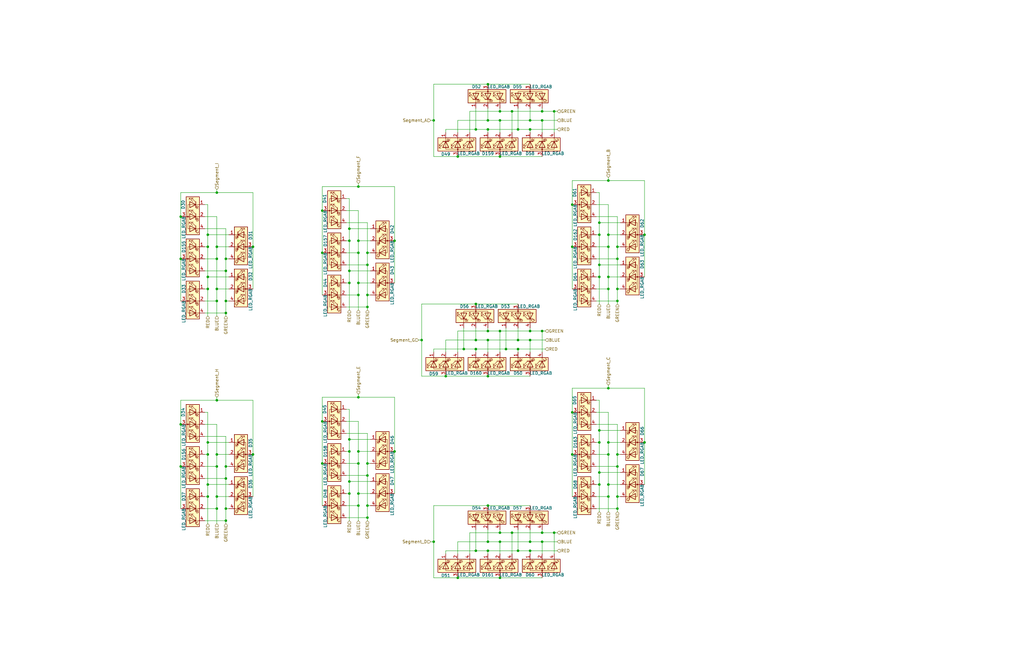
<source format=kicad_sch>
(kicad_sch (version 20250114) (generator "eeschema") (generator_version "9.0")
  (paper "B")
  (junction (at 95.25 219.71))
  (junction (at 147.32 101.6))
  (junction (at 135.89 195.58))
  (junction (at 87.63 99.06))
  (junction (at 210.82 46.99))
  (junction (at 241.3 173.99))
  (junction (at 260.35 196.85))
  (junction (at 154.94 200.66))
  (junction (at 91.44 191.77))
  (junction (at 260.35 191.77))
  (junction (at 218.44 143.51))
  (junction (at 252.73 99.06))
  (junction (at 252.73 186.69))
  (junction (at 154.94 218.44))
  (junction (at 154.94 129.54))
  (junction (at 91.44 196.85))
  (junction (at 95.25 201.93))
  (junction (at 256.54 76.2))
  (junction (at 91.44 81.28))
  (junction (at 210.82 66.04))
  (junction (at 228.6 224.79))
  (junction (at 223.52 50.8))
  (junction (at 205.74 50.8))
  (junction (at 106.68 104.14))
  (junction (at 147.32 203.2))
  (junction (at 147.32 185.42))
  (junction (at 76.2 109.22))
  (junction (at 182.88 50.8))
  (junction (at 241.3 191.77))
  (junction (at 210.82 228.6))
  (junction (at 151.13 101.6))
  (junction (at 252.73 93.98))
  (junction (at 223.52 139.7))
  (junction (at 76.2 91.44))
  (junction (at 218.44 147.32))
  (junction (at 91.44 209.55))
  (junction (at 151.13 119.38))
  (junction (at 87.63 186.69))
  (junction (at 200.66 128.27))
  (junction (at 200.66 147.32))
  (junction (at 252.73 111.76))
  (junction (at 256.54 209.55))
  (junction (at 91.44 214.63))
  (junction (at 200.66 54.61))
  (junction (at 177.8 143.51))
  (junction (at 187.96 158.75))
  (junction (at 147.32 208.28))
  (junction (at 135.89 106.68))
  (junction (at 213.36 147.32))
  (junction (at 195.58 147.32))
  (junction (at 91.44 104.14))
  (junction (at 135.89 177.8))
  (junction (at 228.6 46.99))
  (junction (at 256.54 104.14))
  (junction (at 228.6 50.8))
  (junction (at 218.44 54.61))
  (junction (at 205.74 213.36))
  (junction (at 91.44 127))
  (junction (at 205.74 232.41))
  (junction (at 200.66 232.41))
  (junction (at 193.04 66.04))
  (junction (at 223.52 228.6))
  (junction (at 87.63 204.47))
  (junction (at 95.25 127))
  (junction (at 252.73 116.84))
  (junction (at 241.3 104.14))
  (junction (at 76.2 179.07))
  (junction (at 147.32 96.52))
  (junction (at 87.63 104.14))
  (junction (at 154.94 213.36))
  (junction (at 154.94 195.58))
  (junction (at 260.35 127))
  (junction (at 252.73 204.47))
  (junction (at 205.74 54.61))
  (junction (at 223.52 232.41))
  (junction (at 260.35 104.14))
  (junction (at 256.54 191.77))
  (junction (at 151.13 208.28))
  (junction (at 200.66 143.51))
  (junction (at 87.63 209.55))
  (junction (at 256.54 121.92))
  (junction (at 154.94 111.76))
  (junction (at 210.82 224.79))
  (junction (at 228.6 228.6))
  (junction (at 151.13 167.64))
  (junction (at 256.54 186.69))
  (junction (at 215.9 46.99))
  (junction (at 228.6 139.7))
  (junction (at 147.32 119.38))
  (junction (at 154.94 106.68))
  (junction (at 271.78 186.69))
  (junction (at 151.13 78.74))
  (junction (at 106.68 191.77))
  (junction (at 154.94 124.46))
  (junction (at 91.44 109.22))
  (junction (at 223.52 143.51))
  (junction (at 256.54 99.06))
  (junction (at 135.89 88.9))
  (junction (at 147.32 114.3))
  (junction (at 166.37 190.5))
  (junction (at 95.25 196.85))
  (junction (at 151.13 106.68))
  (junction (at 256.54 116.84))
  (junction (at 241.3 86.36))
  (junction (at 218.44 232.41))
  (junction (at 151.13 195.58))
  (junction (at 87.63 191.77))
  (junction (at 271.78 99.06))
  (junction (at 260.35 209.55))
  (junction (at 87.63 116.84))
  (junction (at 260.35 214.63))
  (junction (at 87.63 121.92))
  (junction (at 76.2 196.85))
  (junction (at 210.82 243.84))
  (junction (at 223.52 54.61))
  (junction (at 256.54 163.83))
  (junction (at 95.25 214.63))
  (junction (at 252.73 181.61))
  (junction (at 95.25 132.08))
  (junction (at 91.44 168.91))
  (junction (at 233.68 46.99))
  (junction (at 210.82 139.7))
  (junction (at 205.74 158.75))
  (junction (at 151.13 190.5))
  (junction (at 151.13 213.36))
  (junction (at 147.32 190.5))
  (junction (at 166.37 101.6))
  (junction (at 95.25 109.22))
  (junction (at 260.35 121.92))
  (junction (at 205.74 228.6))
  (junction (at 182.88 228.6))
  (junction (at 256.54 204.47))
  (junction (at 205.74 35.56))
  (junction (at 215.9 224.79))
  (junction (at 95.25 114.3))
  (junction (at 260.35 109.22))
  (junction (at 193.04 243.84))
  (junction (at 210.82 50.8))
  (junction (at 91.44 121.92))
  (junction (at 205.74 139.7))
  (junction (at 151.13 124.46))
  (junction (at 205.74 143.51))
  (junction (at 233.68 224.79))
  (junction (at 252.73 199.39))
  (wire (pts (xy 151.13 166.37) (xy 151.13 167.64)))
  (wire (pts (xy 147.32 101.6) (xy 147.32 114.3)))
  (wire (pts (xy 205.74 55.88) (xy 205.74 54.61)))
  (wire (pts (xy 154.94 129.54) (xy 154.94 130.81)))
  (wire (pts (xy 210.82 233.68) (xy 210.82 228.6)))
  (wire (pts (xy 241.3 86.36) (xy 241.3 104.14)))
  (wire (pts (xy 193.04 55.88) (xy 193.04 50.8)))
  (wire (pts (xy 146.05 218.44) (xy 154.94 218.44)))
  (wire (pts (xy 218.44 54.61) (xy 223.52 54.61)))
  (wire (pts (xy 205.74 139.7) (xy 210.82 139.7)))
  (wire (pts (xy 205.74 143.51) (xy 218.44 143.51)))
  (wire (pts (xy 252.73 199.39) (xy 252.73 204.47)))
  (wire (pts (xy 87.63 116.84) (xy 87.63 121.92)))
  (wire (pts (xy 166.37 190.5) (xy 166.37 208.28)))
  (wire (pts (xy 200.66 143.51) (xy 200.66 138.43)))
  (wire (pts (xy 205.74 50.8) (xy 210.82 50.8)))
  (wire (pts (xy 154.94 218.44) (xy 154.94 219.71)))
  (wire (pts (xy 135.89 177.8) (xy 135.89 195.58)))
  (wire (pts (xy 147.32 114.3) (xy 147.32 119.38)))
  (wire (pts (xy 251.46 168.91) (xy 252.73 168.91)))
  (wire (pts (xy 198.12 55.88) (xy 198.12 46.99)))
  (wire (pts (xy 96.52 127) (xy 95.25 127)))
  (wire (pts (xy 260.35 104.14) (xy 260.35 109.22)))
  (wire (pts (xy 205.74 54.61) (xy 218.44 54.61)))
  (wire (pts (xy 151.13 119.38) (xy 151.13 124.46)))
  (wire (pts (xy 205.74 213.36) (xy 223.52 213.36)))
  (wire (pts (xy 200.66 148.59) (xy 200.66 147.32)))
  (wire (pts (xy 251.46 121.92) (xy 256.54 121.92)))
  (wire (pts (xy 86.36 191.77) (xy 87.63 191.77)))
  (wire (pts (xy 146.05 111.76) (xy 154.94 111.76)))
  (wire (pts (xy 182.88 213.36) (xy 205.74 213.36)))
  (wire (pts (xy 252.73 204.47) (xy 252.73 215.9)))
  (wire (pts (xy 91.44 191.77) (xy 96.52 191.77)))
  (wire (pts (xy 198.12 224.79) (xy 210.82 224.79)))
  (wire (pts (xy 251.46 186.69) (xy 252.73 186.69)))
  (wire (pts (xy 213.36 147.32) (xy 218.44 147.32)))
  (wire (pts (xy 146.05 106.68) (xy 151.13 106.68)))
  (wire (pts (xy 223.52 233.68) (xy 223.52 232.41)))
  (wire (pts (xy 260.35 121.92) (xy 260.35 127)))
  (wire (pts (xy 86.36 104.14) (xy 87.63 104.14)))
  (wire (pts (xy 260.35 214.63) (xy 260.35 215.9)))
  (wire (pts (xy 95.25 132.08) (xy 95.25 133.35)))
  (wire (pts (xy 177.8 143.51) (xy 177.8 128.27)))
  (wire (pts (xy 251.46 196.85) (xy 260.35 196.85)))
  (wire (pts (xy 147.32 96.52) (xy 156.21 96.52)))
  (wire (pts (xy 182.88 148.59) (xy 182.88 147.32)))
  (wire (pts (xy 166.37 78.74) (xy 166.37 101.6)))
  (wire (pts (xy 146.05 101.6) (xy 147.32 101.6)))
  (wire (pts (xy 182.88 50.8) (xy 182.88 35.56)))
  (wire (pts (xy 95.25 184.15) (xy 95.25 196.85)))
  (wire (pts (xy 198.12 233.68) (xy 198.12 224.79)))
  (wire (pts (xy 210.82 223.52) (xy 210.82 224.79)))
  (wire (pts (xy 195.58 147.32) (xy 195.58 138.43)))
  (wire (pts (xy 146.05 172.72) (xy 147.32 172.72)))
  (wire (pts (xy 87.63 99.06) (xy 87.63 104.14)))
  (wire (pts (xy 205.74 232.41) (xy 218.44 232.41)))
  (wire (pts (xy 187.96 55.88) (xy 187.96 54.61)))
  (wire (pts (xy 261.62 209.55) (xy 260.35 209.55)))
  (wire (pts (xy 251.46 99.06) (xy 252.73 99.06)))
  (wire (pts (xy 106.68 168.91) (xy 106.68 191.77)))
  (wire (pts (xy 147.32 185.42) (xy 156.21 185.42)))
  (wire (pts (xy 261.62 104.14) (xy 260.35 104.14)))
  (wire (pts (xy 223.52 228.6) (xy 223.52 223.52)))
  (wire (pts (xy 252.73 199.39) (xy 261.62 199.39)))
  (wire (pts (xy 146.05 88.9) (xy 151.13 88.9)))
  (wire (pts (xy 146.05 182.88) (xy 154.94 182.88)))
  (wire (pts (xy 223.52 50.8) (xy 223.52 45.72)))
  (wire (pts (xy 256.54 186.69) (xy 256.54 191.77)))
  (wire (pts (xy 86.36 219.71) (xy 95.25 219.71)))
  (wire (pts (xy 146.05 124.46) (xy 151.13 124.46)))
  (wire (pts (xy 151.13 88.9) (xy 151.13 101.6)))
  (wire (pts (xy 151.13 124.46) (xy 151.13 130.81)))
  (wire (pts (xy 241.3 76.2) (xy 241.3 86.36)))
  (wire (pts (xy 256.54 162.56) (xy 256.54 163.83)))
  (wire (pts (xy 135.89 78.74) (xy 151.13 78.74)))
  (wire (pts (xy 200.66 128.27) (xy 218.44 128.27)))
  (wire (pts (xy 233.68 55.88) (xy 233.68 46.99)))
  (wire (pts (xy 176.53 143.51) (xy 177.8 143.51)))
  (wire (pts (xy 96.52 214.63) (xy 95.25 214.63)))
  (wire (pts (xy 200.66 143.51) (xy 205.74 143.51)))
  (wire (pts (xy 256.54 99.06) (xy 261.62 99.06)))
  (wire (pts (xy 193.04 148.59) (xy 193.04 139.7)))
  (wire (pts (xy 233.68 233.68) (xy 233.68 224.79)))
  (wire (pts (xy 177.8 158.75) (xy 187.96 158.75)))
  (wire (pts (xy 87.63 186.69) (xy 96.52 186.69)))
  (wire (pts (xy 228.6 224.79) (xy 233.68 224.79)))
  (wire (pts (xy 86.36 209.55) (xy 87.63 209.55)))
  (wire (pts (xy 205.74 138.43) (xy 205.74 139.7)))
  (wire (pts (xy 91.44 104.14) (xy 96.52 104.14)))
  (wire (pts (xy 154.94 106.68) (xy 154.94 111.76)))
  (wire (pts (xy 87.63 204.47) (xy 96.52 204.47)))
  (wire (pts (xy 135.89 167.64) (xy 135.89 177.8)))
  (wire (pts (xy 154.94 124.46) (xy 154.94 129.54)))
  (wire (pts (xy 210.82 224.79) (xy 215.9 224.79)))
  (wire (pts (xy 76.2 168.91) (xy 91.44 168.91)))
  (wire (pts (xy 91.44 121.92) (xy 91.44 127)))
  (wire (pts (xy 154.94 93.98) (xy 154.94 106.68)))
  (wire (pts (xy 256.54 116.84) (xy 256.54 121.92)))
  (wire (pts (xy 147.32 96.52) (xy 147.32 101.6)))
  (wire (pts (xy 252.73 181.61) (xy 252.73 186.69)))
  (wire (pts (xy 95.25 196.85) (xy 95.25 201.93)))
  (wire (pts (xy 256.54 209.55) (xy 256.54 215.9)))
  (wire (pts (xy 151.13 101.6) (xy 151.13 106.68)))
  (wire (pts (xy 241.3 163.83) (xy 241.3 173.99)))
  (wire (pts (xy 146.05 208.28) (xy 147.32 208.28)))
  (wire (pts (xy 76.2 179.07) (xy 76.2 196.85)))
  (wire (pts (xy 241.3 173.99) (xy 241.3 191.77)))
  (wire (pts (xy 233.68 46.99) (xy 234.95 46.99)))
  (wire (pts (xy 228.6 45.72) (xy 228.6 46.99)))
  (wire (pts (xy 166.37 101.6) (xy 166.37 119.38)))
  (wire (pts (xy 187.96 158.75) (xy 205.74 158.75)))
  (wire (pts (xy 205.74 228.6) (xy 205.74 223.52)))
  (wire (pts (xy 218.44 232.41) (xy 223.52 232.41)))
  (wire (pts (xy 182.88 243.84) (xy 182.88 228.6)))
  (wire (pts (xy 146.05 177.8) (xy 151.13 177.8)))
  (wire (pts (xy 187.96 54.61) (xy 200.66 54.61)))
  (wire (pts (xy 91.44 81.28) (xy 106.68 81.28)))
  (wire (pts (xy 241.3 76.2) (xy 256.54 76.2)))
  (wire (pts (xy 210.82 45.72) (xy 210.82 46.99)))
  (wire (pts (xy 210.82 55.88) (xy 210.82 50.8)))
  (wire (pts (xy 251.46 86.36) (xy 256.54 86.36)))
  (wire (pts (xy 91.44 191.77) (xy 91.44 196.85)))
  (wire (pts (xy 218.44 147.32) (xy 229.87 147.32)))
  (wire (pts (xy 76.2 91.44) (xy 76.2 109.22)))
  (wire (pts (xy 87.63 86.36) (xy 87.63 99.06)))
  (wire (pts (xy 252.73 168.91) (xy 252.73 181.61)))
  (wire (pts (xy 205.74 233.68) (xy 205.74 232.41)))
  (wire (pts (xy 151.13 106.68) (xy 151.13 119.38)))
  (wire (pts (xy 151.13 177.8) (xy 151.13 190.5)))
  (wire (pts (xy 241.3 191.77) (xy 241.3 209.55)))
  (wire (pts (xy 147.32 208.28) (xy 147.32 219.71)))
  (wire (pts (xy 146.05 213.36) (xy 151.13 213.36)))
  (wire (pts (xy 256.54 116.84) (xy 261.62 116.84)))
  (wire (pts (xy 86.36 196.85) (xy 91.44 196.85)))
  (wire (pts (xy 260.35 209.55) (xy 260.35 214.63)))
  (wire (pts (xy 106.68 104.14) (xy 106.68 121.92)))
  (wire (pts (xy 252.73 181.61) (xy 261.62 181.61)))
  (wire (pts (xy 95.25 109.22) (xy 95.25 114.3)))
  (wire (pts (xy 256.54 173.99) (xy 256.54 186.69)))
  (wire (pts (xy 261.62 121.92) (xy 260.35 121.92)))
  (wire (pts (xy 146.05 83.82) (xy 147.32 83.82)))
  (wire (pts (xy 146.05 119.38) (xy 147.32 119.38)))
  (wire (pts (xy 193.04 66.04) (xy 210.82 66.04)))
  (wire (pts (xy 151.13 78.74) (xy 166.37 78.74)))
  (wire (pts (xy 256.54 204.47) (xy 261.62 204.47)))
  (wire (pts (xy 193.04 139.7) (xy 205.74 139.7)))
  (wire (pts (xy 177.8 158.75) (xy 177.8 143.51)))
  (wire (pts (xy 91.44 80.01) (xy 91.44 81.28)))
  (wire (pts (xy 91.44 127) (xy 91.44 133.35)))
  (wire (pts (xy 193.04 228.6) (xy 205.74 228.6)))
  (wire (pts (xy 223.52 232.41) (xy 234.95 232.41)))
  (wire (pts (xy 210.82 139.7) (xy 223.52 139.7)))
  (wire (pts (xy 228.6 223.52) (xy 228.6 224.79)))
  (wire (pts (xy 87.63 116.84) (xy 96.52 116.84)))
  (wire (pts (xy 91.44 168.91) (xy 106.68 168.91)))
  (wire (pts (xy 271.78 163.83) (xy 271.78 186.69)))
  (wire (pts (xy 182.88 35.56) (xy 205.74 35.56)))
  (wire (pts (xy 86.36 86.36) (xy 87.63 86.36)))
  (wire (pts (xy 210.82 50.8) (xy 223.52 50.8)))
  (wire (pts (xy 154.94 195.58) (xy 154.94 200.66)))
  (wire (pts (xy 187.96 148.59) (xy 187.96 143.51)))
  (wire (pts (xy 154.94 200.66) (xy 154.94 213.36)))
  (wire (pts (xy 271.78 186.69) (xy 271.78 204.47)))
  (wire (pts (xy 147.32 190.5) (xy 147.32 203.2)))
  (wire (pts (xy 86.36 201.93) (xy 95.25 201.93)))
  (wire (pts (xy 210.82 243.84) (xy 228.6 243.84)))
  (wire (pts (xy 223.52 143.51) (xy 229.87 143.51)))
  (wire (pts (xy 135.89 106.68) (xy 135.89 124.46)))
  (wire (pts (xy 218.44 143.51) (xy 218.44 138.43)))
  (wire (pts (xy 261.62 191.77) (xy 260.35 191.77)))
  (wire (pts (xy 87.63 173.99) (xy 87.63 186.69)))
  (wire (pts (xy 154.94 111.76) (xy 154.94 124.46)))
  (wire (pts (xy 271.78 76.2) (xy 271.78 99.06)))
  (wire (pts (xy 91.44 104.14) (xy 91.44 109.22)))
  (wire (pts (xy 91.44 214.63) (xy 91.44 220.98)))
  (wire (pts (xy 195.58 147.32) (xy 200.66 147.32)))
  (wire (pts (xy 86.36 121.92) (xy 87.63 121.92)))
  (wire (pts (xy 200.66 54.61) (xy 200.66 45.72)))
  (wire (pts (xy 252.73 111.76) (xy 252.73 116.84)))
  (wire (pts (xy 135.89 195.58) (xy 135.89 213.36)))
  (wire (pts (xy 86.36 132.08) (xy 95.25 132.08)))
  (wire (pts (xy 193.04 233.68) (xy 193.04 228.6)))
  (wire (pts (xy 252.73 111.76) (xy 261.62 111.76)))
  (wire (pts (xy 91.44 209.55) (xy 96.52 209.55)))
  (wire (pts (xy 86.36 173.99) (xy 87.63 173.99)))
  (wire (pts (xy 233.68 224.79) (xy 234.95 224.79)))
  (wire (pts (xy 271.78 99.06) (xy 271.78 116.84)))
  (wire (pts (xy 251.46 191.77) (xy 256.54 191.77)))
  (wire (pts (xy 147.32 83.82) (xy 147.32 96.52)))
  (wire (pts (xy 210.82 66.04) (xy 228.6 66.04)))
  (wire (pts (xy 151.13 190.5) (xy 156.21 190.5)))
  (wire (pts (xy 200.66 232.41) (xy 205.74 232.41)))
  (wire (pts (xy 182.88 66.04) (xy 193.04 66.04)))
  (wire (pts (xy 86.36 114.3) (xy 95.25 114.3)))
  (wire (pts (xy 182.88 147.32) (xy 195.58 147.32)))
  (wire (pts (xy 95.25 127) (xy 95.25 132.08)))
  (wire (pts (xy 177.8 128.27) (xy 200.66 128.27)))
  (wire (pts (xy 218.44 143.51) (xy 223.52 143.51)))
  (wire (pts (xy 260.35 127) (xy 260.35 128.27)))
  (wire (pts (xy 86.36 127) (xy 91.44 127)))
  (wire (pts (xy 223.52 50.8) (xy 228.6 50.8)))
  (wire (pts (xy 215.9 46.99) (xy 228.6 46.99)))
  (wire (pts (xy 87.63 121.92) (xy 87.63 133.35)))
  (wire (pts (xy 215.9 55.88) (xy 215.9 46.99)))
  (wire (pts (xy 252.73 116.84) (xy 252.73 128.27)))
  (wire (pts (xy 256.54 76.2) (xy 271.78 76.2)))
  (wire (pts (xy 251.46 127) (xy 260.35 127)))
  (wire (pts (xy 252.73 93.98) (xy 261.62 93.98)))
  (wire (pts (xy 91.44 196.85) (xy 91.44 209.55)))
  (wire (pts (xy 95.25 96.52) (xy 95.25 109.22)))
  (wire (pts (xy 260.35 179.07) (xy 260.35 191.77)))
  (wire (pts (xy 256.54 104.14) (xy 256.54 116.84)))
  (wire (pts (xy 218.44 148.59) (xy 218.44 147.32)))
  (wire (pts (xy 251.46 204.47) (xy 252.73 204.47)))
  (wire (pts (xy 181.61 228.6) (xy 182.88 228.6)))
  (wire (pts (xy 151.13 77.47) (xy 151.13 78.74)))
  (wire (pts (xy 223.52 139.7) (xy 228.6 139.7)))
  (wire (pts (xy 91.44 109.22) (xy 91.44 121.92)))
  (wire (pts (xy 87.63 191.77) (xy 87.63 204.47)))
  (wire (pts (xy 86.36 96.52) (xy 95.25 96.52)))
  (wire (pts (xy 256.54 74.93) (xy 256.54 76.2)))
  (wire (pts (xy 91.44 167.64) (xy 91.44 168.91)))
  (wire (pts (xy 241.3 163.83) (xy 256.54 163.83)))
  (wire (pts (xy 251.46 109.22) (xy 260.35 109.22)))
  (wire (pts (xy 76.2 196.85) (xy 76.2 214.63)))
  (wire (pts (xy 154.94 213.36) (xy 154.94 218.44)))
  (wire (pts (xy 151.13 101.6) (xy 156.21 101.6)))
  (wire (pts (xy 151.13 213.36) (xy 151.13 219.71)))
  (wire (pts (xy 251.46 214.63) (xy 260.35 214.63)))
  (wire (pts (xy 95.25 201.93) (xy 95.25 214.63)))
  (wire (pts (xy 182.88 66.04) (xy 182.88 50.8)))
  (wire (pts (xy 151.13 167.64) (xy 166.37 167.64)))
  (wire (pts (xy 223.52 138.43) (xy 223.52 139.7)))
  (wire (pts (xy 151.13 195.58) (xy 151.13 208.28)))
  (wire (pts (xy 76.2 81.28) (xy 91.44 81.28)))
  (wire (pts (xy 228.6 233.68) (xy 228.6 228.6)))
  (wire (pts (xy 87.63 186.69) (xy 87.63 191.77)))
  (wire (pts (xy 256.54 204.47) (xy 256.54 209.55)))
  (wire (pts (xy 256.54 99.06) (xy 256.54 104.14)))
  (wire (pts (xy 210.82 148.59) (xy 210.82 139.7)))
  (wire (pts (xy 200.66 54.61) (xy 205.74 54.61)))
  (wire (pts (xy 181.61 50.8) (xy 182.88 50.8)))
  (wire (pts (xy 256.54 121.92) (xy 256.54 128.27)))
  (wire (pts (xy 146.05 93.98) (xy 154.94 93.98)))
  (wire (pts (xy 210.82 46.99) (xy 215.9 46.99)))
  (wire (pts (xy 86.36 214.63) (xy 91.44 214.63)))
  (wire (pts (xy 205.74 148.59) (xy 205.74 143.51)))
  (wire (pts (xy 182.88 228.6) (xy 182.88 213.36)))
  (wire (pts (xy 147.32 203.2) (xy 156.21 203.2)))
  (wire (pts (xy 135.89 78.74) (xy 135.89 88.9)))
  (wire (pts (xy 251.46 173.99) (xy 256.54 173.99)))
  (wire (pts (xy 96.52 196.85) (xy 95.25 196.85)))
  (wire (pts (xy 251.46 104.14) (xy 256.54 104.14)))
  (wire (pts (xy 106.68 191.77) (xy 106.68 209.55)))
  (wire (pts (xy 205.74 35.56) (xy 223.52 35.56)))
  (wire (pts (xy 95.25 114.3) (xy 95.25 127)))
  (wire (pts (xy 260.35 191.77) (xy 260.35 196.85)))
  (wire (pts (xy 182.88 243.84) (xy 193.04 243.84)))
  (wire (pts (xy 200.66 232.41) (xy 200.66 223.52)))
  (wire (pts (xy 252.73 99.06) (xy 252.73 111.76)))
  (wire (pts (xy 252.73 81.28) (xy 252.73 93.98)))
  (wire (pts (xy 76.2 81.28) (xy 76.2 91.44)))
  (wire (pts (xy 91.44 91.44) (xy 91.44 104.14)))
  (wire (pts (xy 215.9 233.68) (xy 215.9 224.79)))
  (wire (pts (xy 218.44 232.41) (xy 218.44 223.52)))
  (wire (pts (xy 146.05 195.58) (xy 151.13 195.58)))
  (wire (pts (xy 198.12 46.99) (xy 210.82 46.99)))
  (wire (pts (xy 260.35 109.22) (xy 260.35 121.92)))
  (wire (pts (xy 96.52 109.22) (xy 95.25 109.22)))
  (wire (pts (xy 86.36 91.44) (xy 91.44 91.44)))
  (wire (pts (xy 228.6 55.88) (xy 228.6 50.8)))
  (wire (pts (xy 156.21 124.46) (xy 154.94 124.46)))
  (wire (pts (xy 91.44 121.92) (xy 96.52 121.92)))
  (wire (pts (xy 251.46 209.55) (xy 256.54 209.55)))
  (wire (pts (xy 187.96 233.68) (xy 187.96 232.41)))
  (wire (pts (xy 187.96 232.41) (xy 200.66 232.41)))
  (wire (pts (xy 251.46 91.44) (xy 260.35 91.44)))
  (wire (pts (xy 200.66 147.32) (xy 213.36 147.32)))
  (wire (pts (xy 95.25 214.63) (xy 95.25 219.71)))
  (wire (pts (xy 151.13 190.5) (xy 151.13 195.58)))
  (wire (pts (xy 187.96 143.51) (xy 200.66 143.51)))
  (wire (pts (xy 151.13 119.38) (xy 156.21 119.38)))
  (wire (pts (xy 135.89 167.64) (xy 151.13 167.64)))
  (wire (pts (xy 251.46 116.84) (xy 252.73 116.84)))
  (wire (pts (xy 146.05 129.54) (xy 154.94 129.54)))
  (wire (pts (xy 154.94 182.88) (xy 154.94 195.58)))
  (wire (pts (xy 252.73 186.69) (xy 252.73 199.39)))
  (wire (pts (xy 228.6 148.59) (xy 228.6 139.7)))
  (wire (pts (xy 147.32 185.42) (xy 147.32 190.5)))
  (wire (pts (xy 223.52 55.88) (xy 223.52 54.61)))
  (wire (pts (xy 256.54 186.69) (xy 261.62 186.69)))
  (wire (pts (xy 147.32 203.2) (xy 147.32 208.28)))
  (wire (pts (xy 87.63 204.47) (xy 87.63 209.55)))
  (wire (pts (xy 156.21 195.58) (xy 154.94 195.58)))
  (wire (pts (xy 87.63 209.55) (xy 87.63 220.98)))
  (wire (pts (xy 193.04 50.8) (xy 205.74 50.8)))
  (wire (pts (xy 87.63 99.06) (xy 96.52 99.06)))
  (wire (pts (xy 205.74 228.6) (xy 210.82 228.6)))
  (wire (pts (xy 205.74 50.8) (xy 205.74 45.72)))
  (wire (pts (xy 251.46 81.28) (xy 252.73 81.28)))
  (wire (pts (xy 91.44 179.07) (xy 91.44 191.77)))
  (wire (pts (xy 213.36 147.32) (xy 213.36 138.43)))
  (wire (pts (xy 151.13 208.28) (xy 151.13 213.36)))
  (wire (pts (xy 146.05 190.5) (xy 147.32 190.5)))
  (wire (pts (xy 151.13 208.28) (xy 156.21 208.28)))
  (wire (pts (xy 241.3 104.14) (xy 241.3 121.92)))
  (wire (pts (xy 86.36 179.07) (xy 91.44 179.07)))
  (wire (pts (xy 156.21 106.68) (xy 154.94 106.68)))
  (wire (pts (xy 256.54 163.83) (xy 271.78 163.83)))
  (wire (pts (xy 210.82 228.6) (xy 223.52 228.6)))
  (wire (pts (xy 260.35 196.85) (xy 260.35 209.55)))
  (wire (pts (xy 205.74 158.75) (xy 223.52 158.75)))
  (wire (pts (xy 95.25 219.71) (xy 95.25 220.98)))
  (wire (pts (xy 146.05 200.66) (xy 154.94 200.66)))
  (wire (pts (xy 228.6 228.6) (xy 234.95 228.6)))
  (wire (pts (xy 223.52 54.61) (xy 234.95 54.61)))
  (wire (pts (xy 86.36 184.15) (xy 95.25 184.15)))
  (wire (pts (xy 91.44 209.55) (xy 91.44 214.63)))
  (wire (pts (xy 223.52 148.59) (xy 223.52 143.51)))
  (wire (pts (xy 215.9 224.79) (xy 228.6 224.79)))
  (wire (pts (xy 251.46 179.07) (xy 260.35 179.07)))
  (wire (pts (xy 76.2 168.91) (xy 76.2 179.07)))
  (wire (pts (xy 147.32 172.72) (xy 147.32 185.42)))
  (wire (pts (xy 228.6 50.8) (xy 234.95 50.8)))
  (wire (pts (xy 252.73 93.98) (xy 252.73 99.06)))
  (wire (pts (xy 228.6 46.99) (xy 233.68 46.99)))
  (wire (pts (xy 256.54 86.36) (xy 256.54 99.06)))
  (wire (pts (xy 193.04 243.84) (xy 210.82 243.84)))
  (wire (pts (xy 147.32 114.3) (xy 156.21 114.3)))
  (wire (pts (xy 218.44 54.61) (xy 218.44 45.72)))
  (wire (pts (xy 87.63 104.14) (xy 87.63 116.84)))
  (wire (pts (xy 86.36 109.22) (xy 91.44 109.22)))
  (wire (pts (xy 223.52 228.6) (xy 228.6 228.6)))
  (wire (pts (xy 156.21 213.36) (xy 154.94 213.36)))
  (wire (pts (xy 166.37 167.64) (xy 166.37 190.5)))
  (wire (pts (xy 106.68 81.28) (xy 106.68 104.14)))
  (wire (pts (xy 76.2 109.22) (xy 76.2 127)))
  (wire (pts (xy 256.54 191.77) (xy 256.54 204.47)))
  (wire (pts (xy 147.32 119.38) (xy 147.32 130.81)))
  (wire (pts (xy 135.89 88.9) (xy 135.89 106.68)))
  (wire (pts (xy 228.6 139.7) (xy 229.87 139.7)))
  (wire (pts (xy 260.35 91.44) (xy 260.35 104.14)))
  (hierarchical_label "Segment_H" (shape input) (at 91.44 167.64 90))
  (hierarchical_label "BLUE" (shape input) (at 151.13 219.71 270))
  (hierarchical_label "RED" (shape input) (at 252.73 128.27 270))
  (hierarchical_label "BLUE" (shape input) (at 234.95 228.6 0))
  (hierarchical_label "RED" (shape input) (at 87.63 220.98 270))
  (hierarchical_label "BLUE" (shape input) (at 256.54 128.27 270))
  (hierarchical_label "Segment_F" (shape input) (at 151.13 77.47 90))
  (hierarchical_label "RED" (shape input) (at 229.87 147.32 0))
  (hierarchical_label "Segment_A" (shape input) (at 181.61 50.8 180))
  (hierarchical_label "RED" (shape input) (at 234.95 54.61 0))
  (hierarchical_label "GREEN" (shape input) (at 260.35 128.27 270))
  (hierarchical_label "GREEN" (shape input) (at 95.25 220.98 270))
  (hierarchical_label "Segment_D" (shape input) (at 181.61 228.6 180))
  (hierarchical_label "BLUE" (shape input) (at 91.44 220.98 270))
  (hierarchical_label "BLUE" (shape input) (at 234.95 50.8 0))
  (hierarchical_label "RED" (shape input) (at 252.73 215.9 270))
  (hierarchical_label "BLUE" (shape input) (at 256.54 215.9 270))
  (hierarchical_label "BLUE" (shape input) (at 229.87 143.51 0))
  (hierarchical_label "GREEN" (shape input) (at 234.95 46.99 0))
  (hierarchical_label "GREEN" (shape input) (at 95.25 133.35 270))
  (hierarchical_label "GREEN" (shape input) (at 234.95 224.79 0))
  (hierarchical_label "Segment_E" (shape input) (at 151.13 166.37 90))
  (hierarchical_label "RED" (shape input) (at 147.32 130.81 270))
  (hierarchical_label "BLUE" (shape input) (at 91.44 133.35 270))
  (hierarchical_label "GREEN" (shape input) (at 229.87 139.7 0))
  (hierarchical_label "Segment_B" (shape input) (at 256.54 74.93 90))
  (hierarchical_label "GREEN" (shape input) (at 260.35 215.9 270))
  (hierarchical_label "Segment_G" (shape input) (at 176.53 143.51 180))
  (hierarchical_label "GREEN" (shape input) (at 154.94 219.71 270))
  (hierarchical_label "RED" (shape input) (at 87.63 133.35 270))
  (hierarchical_label "RED" (shape input) (at 234.95 232.41 0))
  (hierarchical_label "Segment_C" (shape input) (at 256.54 162.56 90))
  (hierarchical_label "RED" (shape input) (at 147.32 219.71 270))
  (hierarchical_label "GREEN" (shape input) (at 154.94 130.81 270))
  (hierarchical_label "Segment_I" (shape input) (at 91.44 80.01 90))
  (hierarchical_label "BLUE" (shape input) (at 151.13 130.81 270))
  (symbol (lib_id "User_Symbols:LED_RGAB") (at 101.6 191.77 0) (unit 1)
    (property "Reference" "D35" (at 105.664 186.944 90))
    (property "Value" "LED_RGAB" (at 105.664 196.342 90))
    (property "Footprint" "User_Footprints:RGB_LED_NH-B2020RGBA-HF" (effects (hide yes)))
    (property "Datasheet" "https://datasheet.lcsc.com/lcsc/2108150330_Foshan-NationStar-Optoelectronics-NH-B2020RGBA-HF_C2874116.pdf" (effects (hide yes)))
    (property "Description" "RGB LED, red/green/anode/blue" (effects (hide yes)))
    (property "Website" "https://www.lcsc.com/product-detail/Light-Emitting-Diodes-LED_Foshan-NationStar-Optoelectronics-NH-B2020RGBA-HF_C2874116.html" (effects (hide yes)))
    (property "Vendor" "LCSC" (effects (hide yes)))
    (property "Price" ".0081" (effects (hide yes)))
    (property "Part Number" "NH-B2020RGBA-HF" (effects (hide yes)))
    (property "Package" "LED RGAB 2020" (effects (hide yes)))
    (property "Manufacturer" "Foshan NationStar Optoelectronics" (effects (hide yes)))
    (property "Notes" "SMD" (effects (hide yes)))
    (property "LCSC Part Number" "C2874116" (effects (hide yes)))
  )
  (symbol (lib_id "User_Symbols:LED_RGAB") (at 205.74 218.44 90) (unit 1)
    (property "Reference" "D54" (at 200.914 214.376 90))
    (property "Value" "LED_RGAB" (at 210.312 214.376 90))
    (property "Footprint" "User_Footprints:RGB_LED_NH-B2020RGBA-HF" (effects (hide yes)))
    (property "Datasheet" "https://datasheet.lcsc.com/lcsc/2108150330_Foshan-NationStar-Optoelectronics-NH-B2020RGBA-HF_C2874116.pdf" (effects (hide yes)))
    (property "Description" "RGB LED, red/green/anode/blue" (effects (hide yes)))
    (property "Website" "https://www.lcsc.com/product-detail/Light-Emitting-Diodes-LED_Foshan-NationStar-Optoelectronics-NH-B2020RGBA-HF_C2874116.html" (effects (hide yes)))
    (property "Vendor" "LCSC" (effects (hide yes)))
    (property "Price" ".0081" (effects (hide yes)))
    (property "Part Number" "NH-B2020RGBA-HF" (effects (hide yes)))
    (property "Package" "LED RGAB 2020" (effects (hide yes)))
    (property "Manufacturer" "Foshan NationStar Optoelectronics" (effects (hide yes)))
    (property "Notes" "SMD" (effects (hide yes)))
    (property "LCSC Part Number" "C2874116" (effects (hide yes)))
  )
  (symbol (lib_id "User_Symbols:LED_RGAB") (at 266.7 186.69 0) (unit 1)
    (property "Reference" "D66" (at 270.764 181.864 90))
    (property "Value" "LED_RGAB" (at 270.764 191.262 90))
    (property "Footprint" "User_Footprints:RGB_LED_NH-B2020RGBA-HF" (effects (hide yes)))
    (property "Datasheet" "https://datasheet.lcsc.com/lcsc/2108150330_Foshan-NationStar-Optoelectronics-NH-B2020RGBA-HF_C2874116.pdf" (effects (hide yes)))
    (property "Description" "RGB LED, red/green/anode/blue" (effects (hide yes)))
    (property "Website" "https://www.lcsc.com/product-detail/Light-Emitting-Diodes-LED_Foshan-NationStar-Optoelectronics-NH-B2020RGBA-HF_C2874116.html" (effects (hide yes)))
    (property "Vendor" "LCSC" (effects (hide yes)))
    (property "Price" ".0081" (effects (hide yes)))
    (property "Part Number" "NH-B2020RGBA-HF" (effects (hide yes)))
    (property "Package" "LED RGAB 2020" (effects (hide yes)))
    (property "Manufacturer" "Foshan NationStar Optoelectronics" (effects (hide yes)))
    (property "Notes" "SMD" (effects (hide yes)))
    (property "LCSC Part Number" "C2874116" (effects (hide yes)))
  )
  (symbol (lib_id "User_Symbols:LED_RGAB") (at 161.29 190.5 0) (unit 1)
    (property "Reference" "D46" (at 165.354 185.674 90))
    (property "Value" "LED_RGAB" (at 165.354 195.072 90))
    (property "Footprint" "User_Footprints:RGB_LED_NH-B2020RGBA-HF" (effects (hide yes)))
    (property "Datasheet" "https://datasheet.lcsc.com/lcsc/2108150330_Foshan-NationStar-Optoelectronics-NH-B2020RGBA-HF_C2874116.pdf" (effects (hide yes)))
    (property "Description" "RGB LED, red/green/anode/blue" (effects (hide yes)))
    (property "Website" "https://www.lcsc.com/product-detail/Light-Emitting-Diodes-LED_Foshan-NationStar-Optoelectronics-NH-B2020RGBA-HF_C2874116.html" (effects (hide yes)))
    (property "Vendor" "LCSC" (effects (hide yes)))
    (property "Price" ".0081" (effects (hide yes)))
    (property "Part Number" "NH-B2020RGBA-HF" (effects (hide yes)))
    (property "Package" "LED RGAB 2020" (effects (hide yes)))
    (property "Manufacturer" "Foshan NationStar Optoelectronics" (effects (hide yes)))
    (property "Notes" "SMD" (effects (hide yes)))
    (property "LCSC Part Number" "C2874116" (effects (hide yes)))
  )
  (symbol (lib_id "User_Symbols:LED_RGAB") (at 81.28 179.07 0) (mirror y) (unit 1)
    (property "Reference" "D34" (at 77.216 173.99 90))
    (property "Value" "LED_RGAB" (at 77.47 183.642 90))
    (property "Footprint" "User_Footprints:RGB_LED_NH-B2020RGBA-HF" (effects (hide yes)))
    (property "Datasheet" "https://datasheet.lcsc.com/lcsc/2108150330_Foshan-NationStar-Optoelectronics-NH-B2020RGBA-HF_C2874116.pdf" (effects (hide yes)))
    (property "Description" "RGB LED, red/green/anode/blue" (effects (hide yes)))
    (property "Website" "https://www.lcsc.com/product-detail/Light-Emitting-Diodes-LED_Foshan-NationStar-Optoelectronics-NH-B2020RGBA-HF_C2874116.html" (effects (hide yes)))
    (property "Vendor" "LCSC" (effects (hide yes)))
    (property "Price" ".0081" (effects (hide yes)))
    (property "Part Number" "NH-B2020RGBA-HF" (effects (hide yes)))
    (property "Package" "LED RGAB 2020" (effects (hide yes)))
    (property "Manufacturer" "Foshan NationStar Optoelectronics" (effects (hide yes)))
    (property "Notes" "SMD" (effects (hide yes)))
    (property "LCSC Part Number" "C2874116" (effects (hide yes)))
  )
  (symbol (lib_id "User_Symbols:LED_RGAB") (at 218.44 133.35 90) (unit 1)
    (property "Reference" "D53" (at 213.106 129.286 90))
    (property "Value" "LED_RGAB" (at 223.012 129.286 90))
    (property "Footprint" "User_Footprints:RGB_LED_NH-B2020RGBA-HF" (effects (hide yes)))
    (property "Datasheet" "https://datasheet.lcsc.com/lcsc/2108150330_Foshan-NationStar-Optoelectronics-NH-B2020RGBA-HF_C2874116.pdf" (effects (hide yes)))
    (property "Description" "RGB LED, red/green/anode/blue" (effects (hide yes)))
    (property "Website" "https://www.lcsc.com/product-detail/Light-Emitting-Diodes-LED_Foshan-NationStar-Optoelectronics-NH-B2020RGBA-HF_C2874116.html" (effects (hide yes)))
    (property "Vendor" "LCSC" (effects (hide yes)))
    (property "Price" ".0081" (effects (hide yes)))
    (property "Part Number" "NH-B2020RGBA-HF" (effects (hide yes)))
    (property "Package" "LED RGAB 2020" (effects (hide yes)))
    (property "Manufacturer" "Foshan NationStar Optoelectronics" (effects (hide yes)))
    (property "Notes" "SMD" (effects (hide yes)))
    (property "LCSC Part Number" "C2874116" (effects (hide yes)))
  )
  (symbol (lib_id "User_Symbols:LED_RGAB") (at 246.38 209.55 0) (mirror y) (unit 1)
    (property "Reference" "D68" (at 242.57 204.47 90))
    (property "Value" "LED_RGAB" (at 242.57 214.122 90))
    (property "Footprint" "User_Footprints:RGB_LED_NH-B2020RGBA-HF" (effects (hide yes)))
    (property "Datasheet" "https://datasheet.lcsc.com/lcsc/2108150330_Foshan-NationStar-Optoelectronics-NH-B2020RGBA-HF_C2874116.pdf" (effects (hide yes)))
    (property "Description" "RGB LED, red/green/anode/blue" (effects (hide yes)))
    (property "Website" "https://www.lcsc.com/product-detail/Light-Emitting-Diodes-LED_Foshan-NationStar-Optoelectronics-NH-B2020RGBA-HF_C2874116.html" (effects (hide yes)))
    (property "Vendor" "LCSC" (effects (hide yes)))
    (property "Price" ".0081" (effects (hide yes)))
    (property "Part Number" "NH-B2020RGBA-HF" (effects (hide yes)))
    (property "Package" "LED RGAB 2020" (effects (hide yes)))
    (property "Manufacturer" "Foshan NationStar Optoelectronics" (effects (hide yes)))
    (property "Notes" "SMD" (effects (hide yes)))
    (property "LCSC Part Number" "C2874116" (effects (hide yes)))
  )
  (symbol (lib_id "User_Symbols:LED_RGAB") (at 81.28 196.85 0) (mirror y) (unit 1)
    (property "Reference" "D156" (at 77.47 191.77 90))
    (property "Value" "LED_RGAB" (at 77.47 201.422 90))
    (property "Footprint" "User_Footprints:RGB_LED_NH-B2020RGBA-HF" (effects (hide yes)))
    (property "Datasheet" "https://datasheet.lcsc.com/lcsc/2108150330_Foshan-NationStar-Optoelectronics-NH-B2020RGBA-HF_C2874116.pdf" (effects (hide yes)))
    (property "Description" "RGB LED, red/green/anode/blue" (effects (hide yes)))
    (property "Website" "https://www.lcsc.com/product-detail/Light-Emitting-Diodes-LED_Foshan-NationStar-Optoelectronics-NH-B2020RGBA-HF_C2874116.html" (effects (hide yes)))
    (property "Vendor" "LCSC" (effects (hide yes)))
    (property "Price" ".0081" (effects (hide yes)))
    (property "Part Number" "NH-B2020RGBA-HF" (effects (hide yes)))
    (property "Package" "LED RGAB 2020" (effects (hide yes)))
    (property "Manufacturer" "Foshan NationStar Optoelectronics" (effects (hide yes)))
    (property "Notes" "SMD" (effects (hide yes)))
    (property "LCSC Part Number" "C2874116" (effects (hide yes)))
  )
  (symbol (lib_id "User_Symbols:LED_RGAB") (at 246.38 121.92 0) (mirror y) (unit 1)
    (property "Reference" "D64" (at 242.57 116.84 90))
    (property "Value" "LED_RGAB" (at 242.57 126.492 90))
    (property "Footprint" "User_Footprints:RGB_LED_NH-B2020RGBA-HF" (effects (hide yes)))
    (property "Datasheet" "https://datasheet.lcsc.com/lcsc/2108150330_Foshan-NationStar-Optoelectronics-NH-B2020RGBA-HF_C2874116.pdf" (effects (hide yes)))
    (property "Description" "RGB LED, red/green/anode/blue" (effects (hide yes)))
    (property "Website" "https://www.lcsc.com/product-detail/Light-Emitting-Diodes-LED_Foshan-NationStar-Optoelectronics-NH-B2020RGBA-HF_C2874116.html" (effects (hide yes)))
    (property "Vendor" "LCSC" (effects (hide yes)))
    (property "Price" ".0081" (effects (hide yes)))
    (property "Part Number" "NH-B2020RGBA-HF" (effects (hide yes)))
    (property "Package" "LED RGAB 2020" (effects (hide yes)))
    (property "Manufacturer" "Foshan NationStar Optoelectronics" (effects (hide yes)))
    (property "Notes" "SMD" (effects (hide yes)))
    (property "LCSC Part Number" "C2874116" (effects (hide yes)))
  )
  (symbol (lib_id "User_Symbols:LED_RGAB") (at 205.74 153.67 90) (mirror x) (unit 1)
    (property "Reference" "D160" (at 200.66 157.48 90))
    (property "Value" "LED_RGAB" (at 210.312 157.48 90))
    (property "Footprint" "User_Footprints:RGB_LED_NH-B2020RGBA-HF" (effects (hide yes)))
    (property "Datasheet" "https://datasheet.lcsc.com/lcsc/2108150330_Foshan-NationStar-Optoelectronics-NH-B2020RGBA-HF_C2874116.pdf" (effects (hide yes)))
    (property "Description" "RGB LED, red/green/anode/blue" (effects (hide yes)))
    (property "Website" "https://www.lcsc.com/product-detail/Light-Emitting-Diodes-LED_Foshan-NationStar-Optoelectronics-NH-B2020RGBA-HF_C2874116.html" (effects (hide yes)))
    (property "Vendor" "LCSC" (effects (hide yes)))
    (property "Price" ".0081" (effects (hide yes)))
    (property "Part Number" "NH-B2020RGBA-HF" (effects (hide yes)))
    (property "Package" "LED RGAB 2020" (effects (hide yes)))
    (property "Manufacturer" "Foshan NationStar Optoelectronics" (effects (hide yes)))
    (property "Notes" "SMD" (effects (hide yes)))
    (property "LCSC Part Number" "C2874116" (effects (hide yes)))
  )
  (symbol (lib_id "User_Symbols:LED_RGAB") (at 266.7 99.06 0) (unit 1)
    (property "Reference" "D62" (at 270.764 94.234 90))
    (property "Value" "LED_RGAB" (at 270.764 103.632 90))
    (property "Footprint" "User_Footprints:RGB_LED_NH-B2020RGBA-HF" (effects (hide yes)))
    (property "Datasheet" "https://datasheet.lcsc.com/lcsc/2108150330_Foshan-NationStar-Optoelectronics-NH-B2020RGBA-HF_C2874116.pdf" (effects (hide yes)))
    (property "Description" "RGB LED, red/green/anode/blue" (effects (hide yes)))
    (property "Website" "https://www.lcsc.com/product-detail/Light-Emitting-Diodes-LED_Foshan-NationStar-Optoelectronics-NH-B2020RGBA-HF_C2874116.html" (effects (hide yes)))
    (property "Vendor" "LCSC" (effects (hide yes)))
    (property "Price" ".0081" (effects (hide yes)))
    (property "Part Number" "NH-B2020RGBA-HF" (effects (hide yes)))
    (property "Package" "LED RGAB 2020" (effects (hide yes)))
    (property "Manufacturer" "Foshan NationStar Optoelectronics" (effects (hide yes)))
    (property "Notes" "SMD" (effects (hide yes)))
    (property "LCSC Part Number" "C2874116" (effects (hide yes)))
  )
  (symbol (lib_id "User_Symbols:LED_RGAB") (at 228.6 60.96 90) (mirror x) (unit 1)
    (property "Reference" "D58" (at 223.52 64.77 90))
    (property "Value" "LED_RGAB" (at 233.172 64.77 90))
    (property "Footprint" "User_Footprints:RGB_LED_NH-B2020RGBA-HF" (effects (hide yes)))
    (property "Datasheet" "https://datasheet.lcsc.com/lcsc/2108150330_Foshan-NationStar-Optoelectronics-NH-B2020RGBA-HF_C2874116.pdf" (effects (hide yes)))
    (property "Description" "RGB LED, red/green/anode/blue" (effects (hide yes)))
    (property "Website" "https://www.lcsc.com/product-detail/Light-Emitting-Diodes-LED_Foshan-NationStar-Optoelectronics-NH-B2020RGBA-HF_C2874116.html" (effects (hide yes)))
    (property "Vendor" "LCSC" (effects (hide yes)))
    (property "Price" ".0081" (effects (hide yes)))
    (property "Part Number" "NH-B2020RGBA-HF" (effects (hide yes)))
    (property "Package" "LED RGAB 2020" (effects (hide yes)))
    (property "Manufacturer" "Foshan NationStar Optoelectronics" (effects (hide yes)))
    (property "Notes" "SMD" (effects (hide yes)))
    (property "LCSC Part Number" "C2874116" (effects (hide yes)))
  )
  (symbol (lib_id "User_Symbols:LED_RGAB") (at 81.28 214.63 0) (mirror y) (unit 1)
    (property "Reference" "D37" (at 77.47 209.55 90))
    (property "Value" "LED_RGAB" (at 77.47 219.202 90))
    (property "Footprint" "User_Footprints:RGB_LED_NH-B2020RGBA-HF" (effects (hide yes)))
    (property "Datasheet" "https://datasheet.lcsc.com/lcsc/2108150330_Foshan-NationStar-Optoelectronics-NH-B2020RGBA-HF_C2874116.pdf" (effects (hide yes)))
    (property "Description" "RGB LED, red/green/anode/blue" (effects (hide yes)))
    (property "Website" "https://www.lcsc.com/product-detail/Light-Emitting-Diodes-LED_Foshan-NationStar-Optoelectronics-NH-B2020RGBA-HF_C2874116.html" (effects (hide yes)))
    (property "Vendor" "LCSC" (effects (hide yes)))
    (property "Price" ".0081" (effects (hide yes)))
    (property "Part Number" "NH-B2020RGBA-HF" (effects (hide yes)))
    (property "Package" "LED RGAB 2020" (effects (hide yes)))
    (property "Manufacturer" "Foshan NationStar Optoelectronics" (effects (hide yes)))
    (property "Notes" "SMD" (effects (hide yes)))
    (property "LCSC Part Number" "C2874116" (effects (hide yes)))
  )
  (symbol (lib_id "User_Symbols:LED_RGAB") (at 161.29 119.38 0) (unit 1)
    (property "Reference" "D43" (at 165.354 114.046 90))
    (property "Value" "LED_RGAB" (at 165.354 123.952 90))
    (property "Footprint" "User_Footprints:RGB_LED_NH-B2020RGBA-HF" (effects (hide yes)))
    (property "Datasheet" "https://datasheet.lcsc.com/lcsc/2108150330_Foshan-NationStar-Optoelectronics-NH-B2020RGBA-HF_C2874116.pdf" (effects (hide yes)))
    (property "Description" "RGB LED, red/green/anode/blue" (effects (hide yes)))
    (property "Website" "https://www.lcsc.com/product-detail/Light-Emitting-Diodes-LED_Foshan-NationStar-Optoelectronics-NH-B2020RGBA-HF_C2874116.html" (effects (hide yes)))
    (property "Vendor" "LCSC" (effects (hide yes)))
    (property "Price" ".0081" (effects (hide yes)))
    (property "Part Number" "NH-B2020RGBA-HF" (effects (hide yes)))
    (property "Package" "LED RGAB 2020" (effects (hide yes)))
    (property "Manufacturer" "Foshan NationStar Optoelectronics" (effects (hide yes)))
    (property "Notes" "SMD" (effects (hide yes)))
    (property "LCSC Part Number" "C2874116" (effects (hide yes)))
  )
  (symbol (lib_id "User_Symbols:LED_RGAB") (at 101.6 209.55 0) (unit 1)
    (property "Reference" "D36" (at 105.664 204.216 90))
    (property "Value" "LED_RGAB" (at 105.664 214.122 90))
    (property "Footprint" "User_Footprints:RGB_LED_NH-B2020RGBA-HF" (effects (hide yes)))
    (property "Datasheet" "https://datasheet.lcsc.com/lcsc/2108150330_Foshan-NationStar-Optoelectronics-NH-B2020RGBA-HF_C2874116.pdf" (effects (hide yes)))
    (property "Description" "RGB LED, red/green/anode/blue" (effects (hide yes)))
    (property "Website" "https://www.lcsc.com/product-detail/Light-Emitting-Diodes-LED_Foshan-NationStar-Optoelectronics-NH-B2020RGBA-HF_C2874116.html" (effects (hide yes)))
    (property "Vendor" "LCSC" (effects (hide yes)))
    (property "Price" ".0081" (effects (hide yes)))
    (property "Part Number" "NH-B2020RGBA-HF" (effects (hide yes)))
    (property "Package" "LED RGAB 2020" (effects (hide yes)))
    (property "Manufacturer" "Foshan NationStar Optoelectronics" (effects (hide yes)))
    (property "Notes" "SMD" (effects (hide yes)))
    (property "LCSC Part Number" "C2874116" (effects (hide yes)))
  )
  (symbol (lib_id "User_Symbols:LED_RGAB") (at 140.97 124.46 0) (mirror y) (unit 1)
    (property "Reference" "D44" (at 137.16 119.38 90))
    (property "Value" "LED_RGAB" (at 137.16 129.032 90))
    (property "Footprint" "User_Footprints:RGB_LED_NH-B2020RGBA-HF" (effects (hide yes)))
    (property "Datasheet" "https://datasheet.lcsc.com/lcsc/2108150330_Foshan-NationStar-Optoelectronics-NH-B2020RGBA-HF_C2874116.pdf" (effects (hide yes)))
    (property "Description" "RGB LED, red/green/anode/blue" (effects (hide yes)))
    (property "Website" "https://www.lcsc.com/product-detail/Light-Emitting-Diodes-LED_Foshan-NationStar-Optoelectronics-NH-B2020RGBA-HF_C2874116.html" (effects (hide yes)))
    (property "Vendor" "LCSC" (effects (hide yes)))
    (property "Price" ".0081" (effects (hide yes)))
    (property "Part Number" "NH-B2020RGBA-HF" (effects (hide yes)))
    (property "Package" "LED RGAB 2020" (effects (hide yes)))
    (property "Manufacturer" "Foshan NationStar Optoelectronics" (effects (hide yes)))
    (property "Notes" "SMD" (effects (hide yes)))
    (property "LCSC Part Number" "C2874116" (effects (hide yes)))
  )
  (symbol (lib_id "User_Symbols:LED_RGAB") (at 246.38 173.99 0) (mirror y) (unit 1)
    (property "Reference" "D65" (at 242.316 168.91 90))
    (property "Value" "LED_RGAB" (at 242.57 178.562 90))
    (property "Footprint" "User_Footprints:RGB_LED_NH-B2020RGBA-HF" (effects (hide yes)))
    (property "Datasheet" "https://datasheet.lcsc.com/lcsc/2108150330_Foshan-NationStar-Optoelectronics-NH-B2020RGBA-HF_C2874116.pdf" (effects (hide yes)))
    (property "Description" "RGB LED, red/green/anode/blue" (effects (hide yes)))
    (property "Website" "https://www.lcsc.com/product-detail/Light-Emitting-Diodes-LED_Foshan-NationStar-Optoelectronics-NH-B2020RGBA-HF_C2874116.html" (effects (hide yes)))
    (property "Vendor" "LCSC" (effects (hide yes)))
    (property "Price" ".0081" (effects (hide yes)))
    (property "Part Number" "NH-B2020RGBA-HF" (effects (hide yes)))
    (property "Package" "LED RGAB 2020" (effects (hide yes)))
    (property "Manufacturer" "Foshan NationStar Optoelectronics" (effects (hide yes)))
    (property "Notes" "SMD" (effects (hide yes)))
    (property "LCSC Part Number" "C2874116" (effects (hide yes)))
  )
  (symbol (lib_id "User_Symbols:LED_RGAB") (at 193.04 238.76 90) (mirror x) (unit 1)
    (property "Reference" "D51" (at 187.96 242.824 90))
    (property "Value" "LED_RGAB" (at 197.612 242.57 90))
    (property "Footprint" "User_Footprints:RGB_LED_NH-B2020RGBA-HF" (effects (hide yes)))
    (property "Datasheet" "https://datasheet.lcsc.com/lcsc/2108150330_Foshan-NationStar-Optoelectronics-NH-B2020RGBA-HF_C2874116.pdf" (effects (hide yes)))
    (property "Description" "RGB LED, red/green/anode/blue" (effects (hide yes)))
    (property "Website" "https://www.lcsc.com/product-detail/Light-Emitting-Diodes-LED_Foshan-NationStar-Optoelectronics-NH-B2020RGBA-HF_C2874116.html" (effects (hide yes)))
    (property "Vendor" "LCSC" (effects (hide yes)))
    (property "Price" ".0081" (effects (hide yes)))
    (property "Part Number" "NH-B2020RGBA-HF" (effects (hide yes)))
    (property "Package" "LED RGAB 2020" (effects (hide yes)))
    (property "Manufacturer" "Foshan NationStar Optoelectronics" (effects (hide yes)))
    (property "Notes" "SMD" (effects (hide yes)))
    (property "LCSC Part Number" "C2874116" (effects (hide yes)))
  )
  (symbol (lib_id "User_Symbols:LED_RGAB") (at 193.04 60.96 90) (mirror x) (unit 1)
    (property "Reference" "D49" (at 187.96 65.024 90))
    (property "Value" "LED_RGAB" (at 197.612 64.77 90))
    (property "Footprint" "User_Footprints:RGB_LED_NH-B2020RGBA-HF" (effects (hide yes)))
    (property "Datasheet" "https://datasheet.lcsc.com/lcsc/2108150330_Foshan-NationStar-Optoelectronics-NH-B2020RGBA-HF_C2874116.pdf" (effects (hide yes)))
    (property "Description" "RGB LED, red/green/anode/blue" (effects (hide yes)))
    (property "Website" "https://www.lcsc.com/product-detail/Light-Emitting-Diodes-LED_Foshan-NationStar-Optoelectronics-NH-B2020RGBA-HF_C2874116.html" (effects (hide yes)))
    (property "Vendor" "LCSC" (effects (hide yes)))
    (property "Price" ".0081" (effects (hide yes)))
    (property "Part Number" "NH-B2020RGBA-HF" (effects (hide yes)))
    (property "Package" "LED RGAB 2020" (effects (hide yes)))
    (property "Manufacturer" "Foshan NationStar Optoelectronics" (effects (hide yes)))
    (property "Notes" "SMD" (effects (hide yes)))
    (property "LCSC Part Number" "C2874116" (effects (hide yes)))
  )
  (symbol (lib_id "User_Symbols:LED_RGAB") (at 223.52 153.67 90) (mirror x) (unit 1)
    (property "Reference" "D50" (at 218.44 157.48 90))
    (property "Value" "LED_RGAB" (at 228.092 157.48 90))
    (property "Footprint" "User_Footprints:RGB_LED_NH-B2020RGBA-HF" (effects (hide yes)))
    (property "Datasheet" "https://datasheet.lcsc.com/lcsc/2108150330_Foshan-NationStar-Optoelectronics-NH-B2020RGBA-HF_C2874116.pdf" (effects (hide yes)))
    (property "Description" "RGB LED, red/green/anode/blue" (effects (hide yes)))
    (property "Website" "https://www.lcsc.com/product-detail/Light-Emitting-Diodes-LED_Foshan-NationStar-Optoelectronics-NH-B2020RGBA-HF_C2874116.html" (effects (hide yes)))
    (property "Vendor" "LCSC" (effects (hide yes)))
    (property "Price" ".0081" (effects (hide yes)))
    (property "Part Number" "NH-B2020RGBA-HF" (effects (hide yes)))
    (property "Package" "LED RGAB 2020" (effects (hide yes)))
    (property "Manufacturer" "Foshan NationStar Optoelectronics" (effects (hide yes)))
    (property "Notes" "SMD" (effects (hide yes)))
    (property "LCSC Part Number" "C2874116" (effects (hide yes)))
  )
  (symbol (lib_id "User_Symbols:LED_RGAB") (at 266.7 204.47 0) (unit 1)
    (property "Reference" "D67" (at 270.764 199.136 90))
    (property "Value" "LED_RGAB" (at 270.764 209.042 90))
    (property "Footprint" "User_Footprints:RGB_LED_NH-B2020RGBA-HF" (effects (hide yes)))
    (property "Datasheet" "https://datasheet.lcsc.com/lcsc/2108150330_Foshan-NationStar-Optoelectronics-NH-B2020RGBA-HF_C2874116.pdf" (effects (hide yes)))
    (property "Description" "RGB LED, red/green/anode/blue" (effects (hide yes)))
    (property "Website" "https://www.lcsc.com/product-detail/Light-Emitting-Diodes-LED_Foshan-NationStar-Optoelectronics-NH-B2020RGBA-HF_C2874116.html" (effects (hide yes)))
    (property "Vendor" "LCSC" (effects (hide yes)))
    (property "Price" ".0081" (effects (hide yes)))
    (property "Part Number" "NH-B2020RGBA-HF" (effects (hide yes)))
    (property "Package" "LED RGAB 2020" (effects (hide yes)))
    (property "Manufacturer" "Foshan NationStar Optoelectronics" (effects (hide yes)))
    (property "Notes" "SMD" (effects (hide yes)))
    (property "LCSC Part Number" "C2874116" (effects (hide yes)))
  )
  (symbol (lib_id "User_Symbols:LED_RGAB") (at 161.29 208.28 0) (unit 1)
    (property "Reference" "D47" (at 165.354 202.946 90))
    (property "Value" "LED_RGAB" (at 165.354 212.852 90))
    (property "Footprint" "User_Footprints:RGB_LED_NH-B2020RGBA-HF" (effects (hide yes)))
    (property "Datasheet" "https://datasheet.lcsc.com/lcsc/2108150330_Foshan-NationStar-Optoelectronics-NH-B2020RGBA-HF_C2874116.pdf" (effects (hide yes)))
    (property "Description" "RGB LED, red/green/anode/blue" (effects (hide yes)))
    (property "Website" "https://www.lcsc.com/product-detail/Light-Emitting-Diodes-LED_Foshan-NationStar-Optoelectronics-NH-B2020RGBA-HF_C2874116.html" (effects (hide yes)))
    (property "Vendor" "LCSC" (effects (hide yes)))
    (property "Price" ".0081" (effects (hide yes)))
    (property "Part Number" "NH-B2020RGBA-HF" (effects (hide yes)))
    (property "Package" "LED RGAB 2020" (effects (hide yes)))
    (property "Manufacturer" "Foshan NationStar Optoelectronics" (effects (hide yes)))
    (property "Notes" "SMD" (effects (hide yes)))
    (property "LCSC Part Number" "C2874116" (effects (hide yes)))
  )
  (symbol (lib_id "User_Symbols:LED_RGAB") (at 266.7 116.84 0) (unit 1)
    (property "Reference" "D63" (at 270.764 111.506 90))
    (property "Value" "LED_RGAB" (at 270.764 121.412 90))
    (property "Footprint" "User_Footprints:RGB_LED_NH-B2020RGBA-HF" (effects (hide yes)))
    (property "Datasheet" "https://datasheet.lcsc.com/lcsc/2108150330_Foshan-NationStar-Optoelectronics-NH-B2020RGBA-HF_C2874116.pdf" (effects (hide yes)))
    (property "Description" "RGB LED, red/green/anode/blue" (effects (hide yes)))
    (property "Website" "https://www.lcsc.com/product-detail/Light-Emitting-Diodes-LED_Foshan-NationStar-Optoelectronics-NH-B2020RGBA-HF_C2874116.html" (effects (hide yes)))
    (property "Vendor" "LCSC" (effects (hide yes)))
    (property "Price" ".0081" (effects (hide yes)))
    (property "Part Number" "NH-B2020RGBA-HF" (effects (hide yes)))
    (property "Package" "LED RGAB 2020" (effects (hide yes)))
    (property "Manufacturer" "Foshan NationStar Optoelectronics" (effects (hide yes)))
    (property "Notes" "SMD" (effects (hide yes)))
    (property "LCSC Part Number" "C2874116" (effects (hide yes)))
  )
  (symbol (lib_id "User_Symbols:LED_RGAB") (at 81.28 109.22 0) (mirror y) (unit 1)
    (property "Reference" "D155" (at 77.47 104.14 90))
    (property "Value" "LED_RGAB" (at 77.47 113.792 90))
    (property "Footprint" "User_Footprints:RGB_LED_NH-B2020RGBA-HF" (effects (hide yes)))
    (property "Datasheet" "https://datasheet.lcsc.com/lcsc/2108150330_Foshan-NationStar-Optoelectronics-NH-B2020RGBA-HF_C2874116.pdf" (effects (hide yes)))
    (property "Description" "RGB LED, red/green/anode/blue" (effects (hide yes)))
    (property "Website" "https://www.lcsc.com/product-detail/Light-Emitting-Diodes-LED_Foshan-NationStar-Optoelectronics-NH-B2020RGBA-HF_C2874116.html" (effects (hide yes)))
    (property "Vendor" "LCSC" (effects (hide yes)))
    (property "Price" ".0081" (effects (hide yes)))
    (property "Part Number" "NH-B2020RGBA-HF" (effects (hide yes)))
    (property "Package" "LED RGAB 2020" (effects (hide yes)))
    (property "Manufacturer" "Foshan NationStar Optoelectronics" (effects (hide yes)))
    (property "Notes" "SMD" (effects (hide yes)))
    (property "LCSC Part Number" "C2874116" (effects (hide yes)))
  )
  (symbol (lib_id "User_Symbols:LED_RGAB") (at 81.28 91.44 0) (mirror y) (unit 1)
    (property "Reference" "D30" (at 77.216 86.36 90))
    (property "Value" "LED_RGAB" (at 77.47 96.012 90))
    (property "Footprint" "User_Footprints:RGB_LED_NH-B2020RGBA-HF" (effects (hide yes)))
    (property "Datasheet" "https://datasheet.lcsc.com/lcsc/2108150330_Foshan-NationStar-Optoelectronics-NH-B2020RGBA-HF_C2874116.pdf" (effects (hide yes)))
    (property "Description" "RGB LED, red/green/anode/blue" (effects (hide yes)))
    (property "Website" "https://www.lcsc.com/product-detail/Light-Emitting-Diodes-LED_Foshan-NationStar-Optoelectronics-NH-B2020RGBA-HF_C2874116.html" (effects (hide yes)))
    (property "Vendor" "LCSC" (effects (hide yes)))
    (property "Price" ".0081" (effects (hide yes)))
    (property "Part Number" "NH-B2020RGBA-HF" (effects (hide yes)))
    (property "Package" "LED RGAB 2020" (effects (hide yes)))
    (property "Manufacturer" "Foshan NationStar Optoelectronics" (effects (hide yes)))
    (property "Notes" "SMD" (effects (hide yes)))
    (property "LCSC Part Number" "C2874116" (effects (hide yes)))
  )
  (symbol (lib_id "User_Symbols:LED_RGAB") (at 140.97 213.36 0) (mirror y) (unit 1)
    (property "Reference" "D48" (at 137.16 208.28 90))
    (property "Value" "LED_RGAB" (at 137.16 217.932 90))
    (property "Footprint" "User_Footprints:RGB_LED_NH-B2020RGBA-HF" (effects (hide yes)))
    (property "Datasheet" "https://datasheet.lcsc.com/lcsc/2108150330_Foshan-NationStar-Optoelectronics-NH-B2020RGBA-HF_C2874116.pdf" (effects (hide yes)))
    (property "Description" "RGB LED, red/green/anode/blue" (effects (hide yes)))
    (property "Website" "https://www.lcsc.com/product-detail/Light-Emitting-Diodes-LED_Foshan-NationStar-Optoelectronics-NH-B2020RGBA-HF_C2874116.html" (effects (hide yes)))
    (property "Vendor" "LCSC" (effects (hide yes)))
    (property "Price" ".0081" (effects (hide yes)))
    (property "Part Number" "NH-B2020RGBA-HF" (effects (hide yes)))
    (property "Package" "LED RGAB 2020" (effects (hide yes)))
    (property "Manufacturer" "Foshan NationStar Optoelectronics" (effects (hide yes)))
    (property "Notes" "SMD" (effects (hide yes)))
    (property "LCSC Part Number" "C2874116" (effects (hide yes)))
  )
  (symbol (lib_id "User_Symbols:LED_RGAB") (at 140.97 177.8 0) (mirror y) (unit 1)
    (property "Reference" "D45" (at 136.906 172.72 90))
    (property "Value" "LED_RGAB" (at 137.16 182.372 90))
    (property "Footprint" "User_Footprints:RGB_LED_NH-B2020RGBA-HF" (effects (hide yes)))
    (property "Datasheet" "https://datasheet.lcsc.com/lcsc/2108150330_Foshan-NationStar-Optoelectronics-NH-B2020RGBA-HF_C2874116.pdf" (effects (hide yes)))
    (property "Description" "RGB LED, red/green/anode/blue" (effects (hide yes)))
    (property "Website" "https://www.lcsc.com/product-detail/Light-Emitting-Diodes-LED_Foshan-NationStar-Optoelectronics-NH-B2020RGBA-HF_C2874116.html" (effects (hide yes)))
    (property "Vendor" "LCSC" (effects (hide yes)))
    (property "Price" ".0081" (effects (hide yes)))
    (property "Part Number" "NH-B2020RGBA-HF" (effects (hide yes)))
    (property "Package" "LED RGAB 2020" (effects (hide yes)))
    (property "Manufacturer" "Foshan NationStar Optoelectronics" (effects (hide yes)))
    (property "Notes" "SMD" (effects (hide yes)))
    (property "LCSC Part Number" "C2874116" (effects (hide yes)))
  )
  (symbol (lib_id "User_Symbols:LED_RGAB") (at 161.29 101.6 0) (unit 1)
    (property "Reference" "D42" (at 165.354 96.774 90))
    (property "Value" "LED_RGAB" (at 165.354 106.172 90))
    (property "Footprint" "User_Footprints:RGB_LED_NH-B2020RGBA-HF" (effects (hide yes)))
    (property "Datasheet" "https://datasheet.lcsc.com/lcsc/2108150330_Foshan-NationStar-Optoelectronics-NH-B2020RGBA-HF_C2874116.pdf" (effects (hide yes)))
    (property "Description" "RGB LED, red/green/anode/blue" (effects (hide yes)))
    (property "Website" "https://www.lcsc.com/product-detail/Light-Emitting-Diodes-LED_Foshan-NationStar-Optoelectronics-NH-B2020RGBA-HF_C2874116.html" (effects (hide yes)))
    (property "Vendor" "LCSC" (effects (hide yes)))
    (property "Price" ".0081" (effects (hide yes)))
    (property "Part Number" "NH-B2020RGBA-HF" (effects (hide yes)))
    (property "Package" "LED RGAB 2020" (effects (hide yes)))
    (property "Manufacturer" "Foshan NationStar Optoelectronics" (effects (hide yes)))
    (property "Notes" "SMD" (effects (hide yes)))
    (property "LCSC Part Number" "C2874116" (effects (hide yes)))
  )
  (symbol (lib_id "User_Symbols:LED_RGAB") (at 205.74 40.64 90) (unit 1)
    (property "Reference" "D52" (at 200.914 36.576 90))
    (property "Value" "LED_RGAB" (at 210.312 36.576 90))
    (property "Footprint" "User_Footprints:RGB_LED_NH-B2020RGBA-HF" (effects (hide yes)))
    (property "Datasheet" "https://datasheet.lcsc.com/lcsc/2108150330_Foshan-NationStar-Optoelectronics-NH-B2020RGBA-HF_C2874116.pdf" (effects (hide yes)))
    (property "Description" "RGB LED, red/green/anode/blue" (effects (hide yes)))
    (property "Website" "https://www.lcsc.com/product-detail/Light-Emitting-Diodes-LED_Foshan-NationStar-Optoelectronics-NH-B2020RGBA-HF_C2874116.html" (effects (hide yes)))
    (property "Vendor" "LCSC" (effects (hide yes)))
    (property "Price" ".0081" (effects (hide yes)))
    (property "Part Number" "NH-B2020RGBA-HF" (effects (hide yes)))
    (property "Package" "LED RGAB 2020" (effects (hide yes)))
    (property "Manufacturer" "Foshan NationStar Optoelectronics" (effects (hide yes)))
    (property "Notes" "SMD" (effects (hide yes)))
    (property "LCSC Part Number" "C2874116" (effects (hide yes)))
  )
  (symbol (lib_id "User_Symbols:LED_RGAB") (at 210.82 60.96 90) (mirror x) (unit 1)
    (property "Reference" "D159" (at 205.74 64.77 90))
    (property "Value" "LED_RGAB" (at 215.392 64.77 90))
    (property "Footprint" "User_Footprints:RGB_LED_NH-B2020RGBA-HF" (effects (hide yes)))
    (property "Datasheet" "https://datasheet.lcsc.com/lcsc/2108150330_Foshan-NationStar-Optoelectronics-NH-B2020RGBA-HF_C2874116.pdf" (effects (hide yes)))
    (property "Description" "RGB LED, red/green/anode/blue" (effects (hide yes)))
    (property "Website" "https://www.lcsc.com/product-detail/Light-Emitting-Diodes-LED_Foshan-NationStar-Optoelectronics-NH-B2020RGBA-HF_C2874116.html" (effects (hide yes)))
    (property "Vendor" "LCSC" (effects (hide yes)))
    (property "Price" ".0081" (effects (hide yes)))
    (property "Part Number" "NH-B2020RGBA-HF" (effects (hide yes)))
    (property "Package" "LED RGAB 2020" (effects (hide yes)))
    (property "Manufacturer" "Foshan NationStar Optoelectronics" (effects (hide yes)))
    (property "Notes" "SMD" (effects (hide yes)))
    (property "LCSC Part Number" "C2874116" (effects (hide yes)))
  )
  (symbol (lib_id "User_Symbols:LED_RGAB") (at 223.52 218.44 90) (unit 1)
    (property "Reference" "D57" (at 218.186 214.376 90))
    (property "Value" "LED_RGAB" (at 228.092 214.376 90))
    (property "Footprint" "User_Footprints:RGB_LED_NH-B2020RGBA-HF" (effects (hide yes)))
    (property "Datasheet" "https://datasheet.lcsc.com/lcsc/2108150330_Foshan-NationStar-Optoelectronics-NH-B2020RGBA-HF_C2874116.pdf" (effects (hide yes)))
    (property "Description" "RGB LED, red/green/anode/blue" (effects (hide yes)))
    (property "Website" "https://www.lcsc.com/product-detail/Light-Emitting-Diodes-LED_Foshan-NationStar-Optoelectronics-NH-B2020RGBA-HF_C2874116.html" (effects (hide yes)))
    (property "Vendor" "LCSC" (effects (hide yes)))
    (property "Price" ".0081" (effects (hide yes)))
    (property "Part Number" "NH-B2020RGBA-HF" (effects (hide yes)))
    (property "Package" "LED RGAB 2020" (effects (hide yes)))
    (property "Manufacturer" "Foshan NationStar Optoelectronics" (effects (hide yes)))
    (property "Notes" "SMD" (effects (hide yes)))
    (property "LCSC Part Number" "C2874116" (effects (hide yes)))
  )
  (symbol (lib_id "User_Symbols:LED_RGAB") (at 246.38 191.77 0) (mirror y) (unit 1)
    (property "Reference" "D163" (at 242.57 186.69 90))
    (property "Value" "LED_RGAB" (at 242.57 196.342 90))
    (property "Footprint" "User_Footprints:RGB_LED_NH-B2020RGBA-HF" (effects (hide yes)))
    (property "Datasheet" "https://datasheet.lcsc.com/lcsc/2108150330_Foshan-NationStar-Optoelectronics-NH-B2020RGBA-HF_C2874116.pdf" (effects (hide yes)))
    (property "Description" "RGB LED, red/green/anode/blue" (effects (hide yes)))
    (property "Website" "https://www.lcsc.com/product-detail/Light-Emitting-Diodes-LED_Foshan-NationStar-Optoelectronics-NH-B2020RGBA-HF_C2874116.html" (effects (hide yes)))
    (property "Vendor" "LCSC" (effects (hide yes)))
    (property "Price" ".0081" (effects (hide yes)))
    (property "Part Number" "NH-B2020RGBA-HF" (effects (hide yes)))
    (property "Package" "LED RGAB 2020" (effects (hide yes)))
    (property "Manufacturer" "Foshan NationStar Optoelectronics" (effects (hide yes)))
    (property "Notes" "SMD" (effects (hide yes)))
    (property "LCSC Part Number" "C2874116" (effects (hide yes)))
  )
  (symbol (lib_id "User_Symbols:LED_RGAB") (at 223.52 40.64 90) (unit 1)
    (property "Reference" "D55" (at 218.186 36.576 90))
    (property "Value" "LED_RGAB" (at 228.092 36.576 90))
    (property "Footprint" "User_Footprints:RGB_LED_NH-B2020RGBA-HF" (effects (hide yes)))
    (property "Datasheet" "https://datasheet.lcsc.com/lcsc/2108150330_Foshan-NationStar-Optoelectronics-NH-B2020RGBA-HF_C2874116.pdf" (effects (hide yes)))
    (property "Description" "RGB LED, red/green/anode/blue" (effects (hide yes)))
    (property "Website" "https://www.lcsc.com/product-detail/Light-Emitting-Diodes-LED_Foshan-NationStar-Optoelectronics-NH-B2020RGBA-HF_C2874116.html" (effects (hide yes)))
    (property "Vendor" "LCSC" (effects (hide yes)))
    (property "Price" ".0081" (effects (hide yes)))
    (property "Part Number" "NH-B2020RGBA-HF" (effects (hide yes)))
    (property "Package" "LED RGAB 2020" (effects (hide yes)))
    (property "Manufacturer" "Foshan NationStar Optoelectronics" (effects (hide yes)))
    (property "Notes" "SMD" (effects (hide yes)))
    (property "LCSC Part Number" "C2874116" (effects (hide yes)))
  )
  (symbol (lib_id "User_Symbols:LED_RGAB") (at 210.82 238.76 90) (mirror x) (unit 1)
    (property "Reference" "D161" (at 205.74 242.57 90))
    (property "Value" "LED_RGAB" (at 215.392 242.57 90))
    (property "Footprint" "User_Footprints:RGB_LED_NH-B2020RGBA-HF" (effects (hide yes)))
    (property "Datasheet" "https://datasheet.lcsc.com/lcsc/2108150330_Foshan-NationStar-Optoelectronics-NH-B2020RGBA-HF_C2874116.pdf" (effects (hide yes)))
    (property "Description" "RGB LED, red/green/anode/blue" (effects (hide yes)))
    (property "Website" "https://www.lcsc.com/product-detail/Light-Emitting-Diodes-LED_Foshan-NationStar-Optoelectronics-NH-B2020RGBA-HF_C2874116.html" (effects (hide yes)))
    (property "Vendor" "LCSC" (effects (hide yes)))
    (property "Price" ".0081" (effects (hide yes)))
    (property "Part Number" "NH-B2020RGBA-HF" (effects (hide yes)))
    (property "Package" "LED RGAB 2020" (effects (hide yes)))
    (property "Manufacturer" "Foshan NationStar Optoelectronics" (effects (hide yes)))
    (property "Notes" "SMD" (effects (hide yes)))
    (property "LCSC Part Number" "C2874116" (effects (hide yes)))
  )
  (symbol (lib_id "User_Symbols:LED_RGAB") (at 101.6 104.14 0) (unit 1)
    (property "Reference" "D31" (at 105.664 99.314 90))
    (property "Value" "LED_RGAB" (at 105.664 108.712 90))
    (property "Footprint" "User_Footprints:RGB_LED_NH-B2020RGBA-HF" (effects (hide yes)))
    (property "Datasheet" "https://datasheet.lcsc.com/lcsc/2108150330_Foshan-NationStar-Optoelectronics-NH-B2020RGBA-HF_C2874116.pdf" (effects (hide yes)))
    (property "Description" "RGB LED, red/green/anode/blue" (effects (hide yes)))
    (property "Website" "https://www.lcsc.com/product-detail/Light-Emitting-Diodes-LED_Foshan-NationStar-Optoelectronics-NH-B2020RGBA-HF_C2874116.html" (effects (hide yes)))
    (property "Vendor" "LCSC" (effects (hide yes)))
    (property "Price" ".0081" (effects (hide yes)))
    (property "Part Number" "NH-B2020RGBA-HF" (effects (hide yes)))
    (property "Package" "LED RGAB 2020" (effects (hide yes)))
    (property "Manufacturer" "Foshan NationStar Optoelectronics" (effects (hide yes)))
    (property "Notes" "SMD" (effects (hide yes)))
    (property "LCSC Part Number" "C2874116" (effects (hide yes)))
  )
  (symbol (lib_id "User_Symbols:LED_RGAB") (at 228.6 238.76 90) (mirror x) (unit 1)
    (property "Reference" "D60" (at 223.52 242.57 90))
    (property "Value" "LED_RGAB" (at 233.172 242.57 90))
    (property "Footprint" "User_Footprints:RGB_LED_NH-B2020RGBA-HF" (effects (hide yes)))
    (property "Datasheet" "https://datasheet.lcsc.com/lcsc/2108150330_Foshan-NationStar-Optoelectronics-NH-B2020RGBA-HF_C2874116.pdf" (effects (hide yes)))
    (property "Description" "RGB LED, red/green/anode/blue" (effects (hide yes)))
    (property "Website" "https://www.lcsc.com/product-detail/Light-Emitting-Diodes-LED_Foshan-NationStar-Optoelectronics-NH-B2020RGBA-HF_C2874116.html" (effects (hide yes)))
    (property "Vendor" "LCSC" (effects (hide yes)))
    (property "Price" ".0081" (effects (hide yes)))
    (property "Part Number" "NH-B2020RGBA-HF" (effects (hide yes)))
    (property "Package" "LED RGAB 2020" (effects (hide yes)))
    (property "Manufacturer" "Foshan NationStar Optoelectronics" (effects (hide yes)))
    (property "Notes" "SMD" (effects (hide yes)))
    (property "LCSC Part Number" "C2874116" (effects (hide yes)))
  )
  (symbol (lib_id "User_Symbols:LED_RGAB") (at 140.97 88.9 0) (mirror y) (unit 1)
    (property "Reference" "D41" (at 136.906 83.82 90))
    (property "Value" "LED_RGAB" (at 137.16 93.472 90))
    (property "Footprint" "User_Footprints:RGB_LED_NH-B2020RGBA-HF" (effects (hide yes)))
    (property "Datasheet" "https://datasheet.lcsc.com/lcsc/2108150330_Foshan-NationStar-Optoelectronics-NH-B2020RGBA-HF_C2874116.pdf" (effects (hide yes)))
    (property "Description" "RGB LED, red/green/anode/blue" (effects (hide yes)))
    (property "Website" "https://www.lcsc.com/product-detail/Light-Emitting-Diodes-LED_Foshan-NationStar-Optoelectronics-NH-B2020RGBA-HF_C2874116.html" (effects (hide yes)))
    (property "Vendor" "LCSC" (effects (hide yes)))
    (property "Price" ".0081" (effects (hide yes)))
    (property "Part Number" "NH-B2020RGBA-HF" (effects (hide yes)))
    (property "Package" "LED RGAB 2020" (effects (hide yes)))
    (property "Manufacturer" "Foshan NationStar Optoelectronics" (effects (hide yes)))
    (property "Notes" "SMD" (effects (hide yes)))
    (property "LCSC Part Number" "C2874116" (effects (hide yes)))
  )
  (symbol (lib_id "User_Symbols:LED_RGAB") (at 187.96 153.67 90) (mirror x) (unit 1)
    (property "Reference" "D59" (at 182.88 157.734 90))
    (property "Value" "LED_RGAB" (at 192.532 157.48 90))
    (property "Footprint" "User_Footprints:RGB_LED_NH-B2020RGBA-HF" (effects (hide yes)))
    (property "Datasheet" "https://datasheet.lcsc.com/lcsc/2108150330_Foshan-NationStar-Optoelectronics-NH-B2020RGBA-HF_C2874116.pdf" (effects (hide yes)))
    (property "Description" "RGB LED, red/green/anode/blue" (effects (hide yes)))
    (property "Website" "https://www.lcsc.com/product-detail/Light-Emitting-Diodes-LED_Foshan-NationStar-Optoelectronics-NH-B2020RGBA-HF_C2874116.html" (effects (hide yes)))
    (property "Vendor" "LCSC" (effects (hide yes)))
    (property "Price" ".0081" (effects (hide yes)))
    (property "Part Number" "NH-B2020RGBA-HF" (effects (hide yes)))
    (property "Package" "LED RGAB 2020" (effects (hide yes)))
    (property "Manufacturer" "Foshan NationStar Optoelectronics" (effects (hide yes)))
    (property "Notes" "SMD" (effects (hide yes)))
    (property "LCSC Part Number" "C2874116" (effects (hide yes)))
  )
  (symbol (lib_id "User_Symbols:LED_RGAB") (at 101.6 121.92 0) (unit 1)
    (property "Reference" "D32" (at 105.664 116.586 90))
    (property "Value" "LED_RGAB" (at 105.664 126.492 90))
    (property "Footprint" "User_Footprints:RGB_LED_NH-B2020RGBA-HF" (effects (hide yes)))
    (property "Datasheet" "https://datasheet.lcsc.com/lcsc/2108150330_Foshan-NationStar-Optoelectronics-NH-B2020RGBA-HF_C2874116.pdf" (effects (hide yes)))
    (property "Description" "RGB LED, red/green/anode/blue" (effects (hide yes)))
    (property "Website" "https://www.lcsc.com/product-detail/Light-Emitting-Diodes-LED_Foshan-NationStar-Optoelectronics-NH-B2020RGBA-HF_C2874116.html" (effects (hide yes)))
    (property "Vendor" "LCSC" (effects (hide yes)))
    (property "Price" ".0081" (effects (hide yes)))
    (property "Part Number" "NH-B2020RGBA-HF" (effects (hide yes)))
    (property "Package" "LED RGAB 2020" (effects (hide yes)))
    (property "Manufacturer" "Foshan NationStar Optoelectronics" (effects (hide yes)))
    (property "Notes" "SMD" (effects (hide yes)))
    (property "LCSC Part Number" "C2874116" (effects (hide yes)))
  )
  (symbol (lib_id "User_Symbols:LED_RGAB") (at 140.97 106.68 0) (mirror y) (unit 1)
    (property "Reference" "D157" (at 137.16 101.6 90))
    (property "Value" "LED_RGAB" (at 137.16 111.252 90))
    (property "Footprint" "User_Footprints:RGB_LED_NH-B2020RGBA-HF" (effects (hide yes)))
    (property "Datasheet" "https://datasheet.lcsc.com/lcsc/2108150330_Foshan-NationStar-Optoelectronics-NH-B2020RGBA-HF_C2874116.pdf" (effects (hide yes)))
    (property "Description" "RGB LED, red/green/anode/blue" (effects (hide yes)))
    (property "Website" "https://www.lcsc.com/product-detail/Light-Emitting-Diodes-LED_Foshan-NationStar-Optoelectronics-NH-B2020RGBA-HF_C2874116.html" (effects (hide yes)))
    (property "Vendor" "LCSC" (effects (hide yes)))
    (property "Price" ".0081" (effects (hide yes)))
    (property "Part Number" "NH-B2020RGBA-HF" (effects (hide yes)))
    (property "Package" "LED RGAB 2020" (effects (hide yes)))
    (property "Manufacturer" "Foshan NationStar Optoelectronics" (effects (hide yes)))
    (property "Notes" "SMD" (effects (hide yes)))
    (property "LCSC Part Number" "C2874116" (effects (hide yes)))
  )
  (symbol (lib_id "User_Symbols:LED_RGAB") (at 200.66 133.35 90) (unit 1)
    (property "Reference" "D56" (at 195.834 129.286 90))
    (property "Value" "LED_RGAB" (at 205.232 129.286 90))
    (property "Footprint" "User_Footprints:RGB_LED_NH-B2020RGBA-HF" (effects (hide yes)))
    (property "Datasheet" "https://datasheet.lcsc.com/lcsc/2108150330_Foshan-NationStar-Optoelectronics-NH-B2020RGBA-HF_C2874116.pdf" (effects (hide yes)))
    (property "Description" "RGB LED, red/green/anode/blue" (effects (hide yes)))
    (property "Website" "https://www.lcsc.com/product-detail/Light-Emitting-Diodes-LED_Foshan-NationStar-Optoelectronics-NH-B2020RGBA-HF_C2874116.html" (effects (hide yes)))
    (property "Vendor" "LCSC" (effects (hide yes)))
    (property "Price" ".0081" (effects (hide yes)))
    (property "Part Number" "NH-B2020RGBA-HF" (effects (hide yes)))
    (property "Package" "LED RGAB 2020" (effects (hide yes)))
    (property "Manufacturer" "Foshan NationStar Optoelectronics" (effects (hide yes)))
    (property "Notes" "SMD" (effects (hide yes)))
    (property "LCSC Part Number" "C2874116" (effects (hide yes)))
  )
  (symbol (lib_id "User_Symbols:LED_RGAB") (at 140.97 195.58 0) (mirror y) (unit 1)
    (property "Reference" "D158" (at 137.16 190.5 90))
    (property "Value" "LED_RGAB" (at 137.16 200.152 90))
    (property "Footprint" "User_Footprints:RGB_LED_NH-B2020RGBA-HF" (effects (hide yes)))
    (property "Datasheet" "https://datasheet.lcsc.com/lcsc/2108150330_Foshan-NationStar-Optoelectronics-NH-B2020RGBA-HF_C2874116.pdf" (effects (hide yes)))
    (property "Description" "RGB LED, red/green/anode/blue" (effects (hide yes)))
    (property "Website" "https://www.lcsc.com/product-detail/Light-Emitting-Diodes-LED_Foshan-NationStar-Optoelectronics-NH-B2020RGBA-HF_C2874116.html" (effects (hide yes)))
    (property "Vendor" "LCSC" (effects (hide yes)))
    (property "Price" ".0081" (effects (hide yes)))
    (property "Part Number" "NH-B2020RGBA-HF" (effects (hide yes)))
    (property "Package" "LED RGAB 2020" (effects (hide yes)))
    (property "Manufacturer" "Foshan NationStar Optoelectronics" (effects (hide yes)))
    (property "Notes" "SMD" (effects (hide yes)))
    (property "LCSC Part Number" "C2874116" (effects (hide yes)))
  )
  (symbol (lib_id "User_Symbols:LED_RGAB") (at 246.38 86.36 0) (mirror y) (unit 1)
    (property "Reference" "D61" (at 242.316 81.28 90))
    (property "Value" "LED_RGAB" (at 242.57 90.932 90))
    (property "Footprint" "User_Footprints:RGB_LED_NH-B2020RGBA-HF" (effects (hide yes)))
    (property "Datasheet" "https://datasheet.lcsc.com/lcsc/2108150330_Foshan-NationStar-Optoelectronics-NH-B2020RGBA-HF_C2874116.pdf" (effects (hide yes)))
    (property "Description" "RGB LED, red/green/anode/blue" (effects (hide yes)))
    (property "Website" "https://www.lcsc.com/product-detail/Light-Emitting-Diodes-LED_Foshan-NationStar-Optoelectronics-NH-B2020RGBA-HF_C2874116.html" (effects (hide yes)))
    (property "Vendor" "LCSC" (effects (hide yes)))
    (property "Price" ".0081" (effects (hide yes)))
    (property "Part Number" "NH-B2020RGBA-HF" (effects (hide yes)))
    (property "Package" "LED RGAB 2020" (effects (hide yes)))
    (property "Manufacturer" "Foshan NationStar Optoelectronics" (effects (hide yes)))
    (property "Notes" "SMD" (effects (hide yes)))
    (property "LCSC Part Number" "C2874116" (effects (hide yes)))
  )
  (symbol (lib_id "User_Symbols:LED_RGAB") (at 81.28 127 0) (mirror y) (unit 1)
    (property "Reference" "D33" (at 77.47 121.92 90))
    (property "Value" "LED_RGAB" (at 77.47 131.572 90))
    (property "Footprint" "User_Footprints:RGB_LED_NH-B2020RGBA-HF" (effects (hide yes)))
    (property "Datasheet" "https://datasheet.lcsc.com/lcsc/2108150330_Foshan-NationStar-Optoelectronics-NH-B2020RGBA-HF_C2874116.pdf" (effects (hide yes)))
    (property "Description" "RGB LED, red/green/anode/blue" (effects (hide yes)))
    (property "Website" "https://www.lcsc.com/product-detail/Light-Emitting-Diodes-LED_Foshan-NationStar-Optoelectronics-NH-B2020RGBA-HF_C2874116.html" (effects (hide yes)))
    (property "Vendor" "LCSC" (effects (hide yes)))
    (property "Price" ".0081" (effects (hide yes)))
    (property "Part Number" "NH-B2020RGBA-HF" (effects (hide yes)))
    (property "Package" "LED RGAB 2020" (effects (hide yes)))
    (property "Manufacturer" "Foshan NationStar Optoelectronics" (effects (hide yes)))
    (property "Notes" "SMD" (effects (hide yes)))
    (property "LCSC Part Number" "C2874116" (effects (hide yes)))
  )
  (symbol (lib_id "User_Symbols:LED_RGAB") (at 246.38 104.14 0) (mirror y) (unit 1)
    (property "Reference" "D162" (at 242.57 99.06 90))
    (property "Value" "LED_RGAB" (at 242.57 108.712 90))
    (property "Footprint" "User_Footprints:RGB_LED_NH-B2020RGBA-HF" (effects (hide yes)))
    (property "Datasheet" "https://datasheet.lcsc.com/lcsc/2108150330_Foshan-NationStar-Optoelectronics-NH-B2020RGBA-HF_C2874116.pdf" (effects (hide yes)))
    (property "Description" "RGB LED, red/green/anode/blue" (effects (hide yes)))
    (property "Website" "https://www.lcsc.com/product-detail/Light-Emitting-Diodes-LED_Foshan-NationStar-Optoelectronics-NH-B2020RGBA-HF_C2874116.html" (effects (hide yes)))
    (property "Vendor" "LCSC" (effects (hide yes)))
    (property "Price" ".0081" (effects (hide yes)))
    (property "Part Number" "NH-B2020RGBA-HF" (effects (hide yes)))
    (property "Package" "LED RGAB 2020" (effects (hide yes)))
    (property "Manufacturer" "Foshan NationStar Optoelectronics" (effects (hide yes)))
    (property "Notes" "SMD" (effects (hide yes)))
    (property "LCSC Part Number" "C2874116" (effects (hide yes)))
  )
)
</source>
